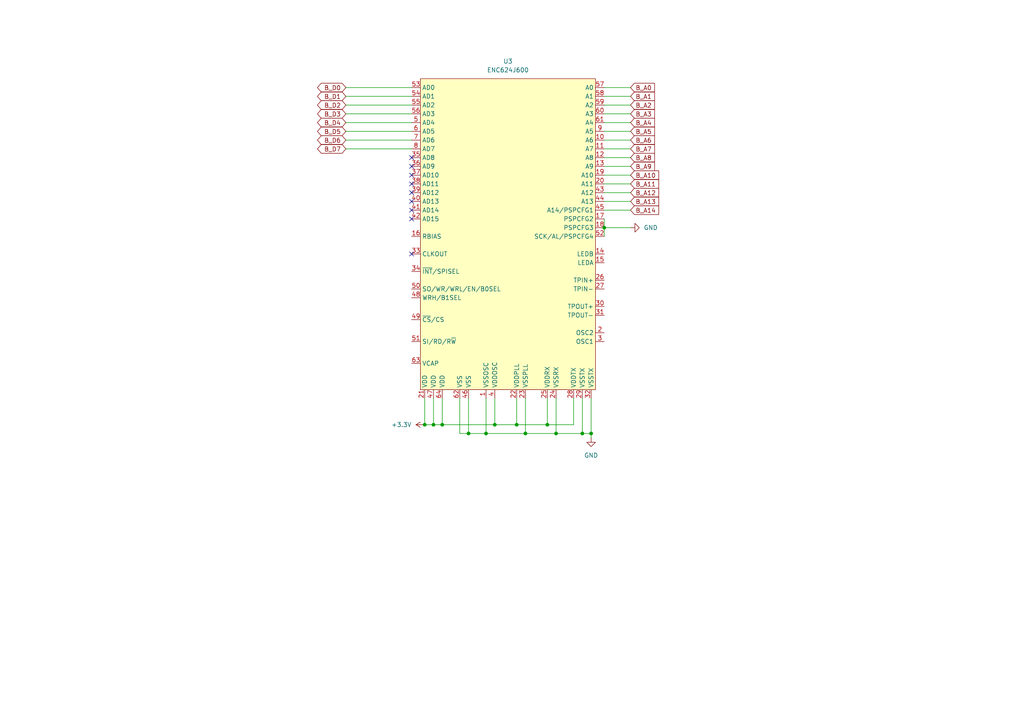
<source format=kicad_sch>
(kicad_sch (version 20231120) (generator "eeschema") (generator_version "8.0")
  (paper "A4")
  (lib_symbols
    (symbol "Interruptus_Library:ENC624J600"
      (property "Reference" "U" (at 21.844 -1.016 0))
      (property "Value" "ENC624J600" (at 44.196 -1.016 0))
      (symbol "ENC624J600_0_0"
        (pin power_in line (at 21.59 -95.25 90) (length 2.54) (name "VSSOSC") (number "1"))
        (pin input line (at 55.88 -20.32 180) (length 2.54) (name "A6") (number "10"))
        (pin input line (at 55.88 -22.86 180) (length 2.54) (name "A7") (number "11"))
        (pin input line (at 55.88 -25.4 180) (length 2.54) (name "A8") (number "12"))
        (pin input line (at 55.88 -27.94 180) (length 2.54) (name "A9") (number "13"))
        (pin output line (at 55.88 -53.34 180) (length 2.54) (name "LEDB") (number "14"))
        (pin output line (at 55.88 -55.88 180) (length 2.54) (name "LEDA") (number "15"))
        (pin input line (at 0 -48.26 0) (length 2.54) (name "RBIAS") (number "16"))
        (pin input line (at 55.88 -43.18 180) (length 2.54) (name "PSPCFG2") (number "17"))
        (pin input line (at 55.88 -45.72 180) (length 2.54) (name "PSPCFG3") (number "18"))
        (pin input line (at 55.88 -30.48 180) (length 2.54) (name "A10") (number "19"))
        (pin output line (at 55.88 -76.2 180) (length 2.54) (name "OSC2") (number "2"))
        (pin input line (at 55.88 -33.02 180) (length 2.54) (name "A11") (number "20"))
        (pin power_in line (at 3.81 -95.25 90) (length 2.54) (name "VDD") (number "21"))
        (pin power_in line (at 30.48 -95.25 90) (length 2.54) (name "VDDPLL") (number "22"))
        (pin power_in line (at 33.02 -95.25 90) (length 2.54) (name "VSSPLL") (number "23"))
        (pin power_in line (at 41.91 -95.25 90) (length 2.54) (name "VSSRX") (number "24"))
        (pin power_in line (at 39.37 -95.25 90) (length 2.54) (name "VDDRX") (number "25"))
        (pin input line (at 55.88 -60.96 180) (length 2.54) (name "TPIN+") (number "26"))
        (pin input line (at 55.88 -63.5 180) (length 2.54) (name "TPIN-") (number "27"))
        (pin power_in line (at 46.99 -95.25 90) (length 2.54) (name "VDDTX") (number "28"))
        (pin power_in line (at 49.53 -95.25 90) (length 2.54) (name "VSSTX") (number "29"))
        (pin input line (at 55.88 -78.74 180) (length 2.54) (name "OSC1") (number "3"))
        (pin output line (at 55.88 -68.58 180) (length 2.54) (name "TPOUT+") (number "30"))
        (pin output line (at 55.88 -71.12 180) (length 2.54) (name "TPOUT-") (number "31"))
        (pin power_in line (at 52.07 -95.25 90) (length 2.54) (name "VSSTX") (number "32"))
        (pin output line (at 0 -53.34 0) (length 2.54) (name "CLKOUT") (number "33"))
        (pin bidirectional line (at 0 -58.42 0) (length 2.54) (name "~{INT}/SPISEL") (number "34"))
        (pin bidirectional line (at 0 -25.4 0) (length 2.54) (name "AD8") (number "35"))
        (pin bidirectional line (at 0 -27.94 0) (length 2.54) (name "AD9") (number "36"))
        (pin bidirectional line (at 0 -30.48 0) (length 2.54) (name "AD10") (number "37"))
        (pin bidirectional line (at 0 -33.02 0) (length 2.54) (name "AD11") (number "38"))
        (pin bidirectional line (at 0 -35.56 0) (length 2.54) (name "AD12") (number "39"))
        (pin power_in line (at 24.13 -95.25 90) (length 2.54) (name "VDDOSC") (number "4"))
        (pin bidirectional line (at 0 -38.1 0) (length 2.54) (name "AD13") (number "40"))
        (pin bidirectional line (at 0 -40.64 0) (length 2.54) (name "AD14") (number "41"))
        (pin bidirectional line (at 0 -43.18 0) (length 2.54) (name "AD15") (number "42"))
        (pin input line (at 55.88 -35.56 180) (length 2.54) (name "A12") (number "43"))
        (pin input line (at 55.88 -38.1 180) (length 2.54) (name "A13") (number "44"))
        (pin input line (at 55.88 -40.64 180) (length 2.54) (name "A14/PSPCFG1") (number "45"))
        (pin power_in line (at 16.51 -95.25 90) (length 2.54) (name "VSS") (number "46"))
        (pin power_in line (at 6.35 -95.25 90) (length 2.54) (name "VDD") (number "47"))
        (pin input line (at 0 -66.04 0) (length 2.54) (name "WRH/B1SEL") (number "48"))
        (pin input line (at 0 -72.39 0) (length 2.54) (name "~{CS}/CS") (number "49"))
        (pin bidirectional line (at 0 -15.24 0) (length 2.54) (name "AD4") (number "5"))
        (pin bidirectional line (at 0 -63.5 0) (length 2.54) (name "SO/WR/WRL/EN/B0SEL") (number "50"))
        (pin input line (at 0 -78.74 0) (length 2.54) (name "SI/RD/R~{W}") (number "51"))
        (pin input line (at 55.88 -48.26 180) (length 2.54) (name "SCK/AL/PSPCFG4") (number "52"))
        (pin bidirectional line (at 0 -5.08 0) (length 2.54) (name "AD0") (number "53"))
        (pin bidirectional line (at 0 -7.62 0) (length 2.54) (name "AD1") (number "54"))
        (pin bidirectional line (at 0 -10.16 0) (length 2.54) (name "AD2") (number "55"))
        (pin bidirectional line (at 0 -12.7 0) (length 2.54) (name "AD3") (number "56"))
        (pin input line (at 55.88 -5.08 180) (length 2.54) (name "A0") (number "57"))
        (pin input line (at 55.88 -7.62 180) (length 2.54) (name "A1") (number "58"))
        (pin input line (at 55.88 -10.16 180) (length 2.54) (name "A2") (number "59"))
        (pin bidirectional line (at 0 -17.78 0) (length 2.54) (name "AD5") (number "6"))
        (pin input line (at 55.88 -12.7 180) (length 2.54) (name "A3") (number "60"))
        (pin input line (at 55.88 -15.24 180) (length 2.54) (name "A4") (number "61"))
        (pin power_in line (at 13.97 -95.25 90) (length 2.54) (name "VSS") (number "62"))
        (pin passive line (at 0 -85.09 0) (length 2.54) (name "VCAP") (number "63"))
        (pin power_in line (at 8.89 -95.25 90) (length 2.54) (name "VDD") (number "64"))
        (pin bidirectional line (at 0 -20.32 0) (length 2.54) (name "AD6") (number "7"))
        (pin bidirectional line (at 0 -22.86 0) (length 2.54) (name "AD7") (number "8"))
        (pin input line (at 55.88 -17.78 180) (length 2.54) (name "A5") (number "9"))
      )
      (symbol "ENC624J600_0_1"
        (rectangle (start 2.54 -2.54) (end 53.34 -92.71) (fill (type background)))
      )
    )
    (symbol "power:+3.3V" (power) (pin_numbers hide) (pin_names (offset 0) hide)
      (property "Value" "+3.3V" (at 0 3.556 0))
      (symbol "+3.3V_0_1"
        (polyline (pts (xy -0.762 1.27) (xy 0 2.54)))
        (polyline (pts (xy 0 0) (xy 0 2.54)))
        (polyline (pts (xy 0 2.54) (xy 0.762 1.27)))
      )
      (symbol "+3.3V_1_1"
        (pin power_in line (at 0 0 90) (length 0) (name "~") (number "1"))
      )
    )
    (symbol "power:GND" (power) (pin_numbers hide) (pin_names (offset 0) hide)
      (property "Value" "GND" (at 0 -3.81 0))
      (symbol "GND_0_1"
        (polyline (pts (xy 0 0) (xy 0 -1.27) (xy 1.27 -1.27) (xy 0 -2.54) (xy -1.27 -1.27) (xy 0 -1.27)))
      )
      (symbol "GND_1_1"
        (pin power_in line (at 0 0 270) (length 0) (name "~") (number "1"))
      )
    )
  )
  (junction (at 161.29 125.73))
  (junction (at 175.26 66.04))
  (junction (at 123.19 123.19))
  (junction (at 125.73 123.19))
  (junction (at 143.51 123.19))
  (junction (at 158.75 123.19))
  (junction (at 140.97 125.73))
  (junction (at 149.86 123.19))
  (junction (at 128.27 123.19))
  (junction (at 171.45 125.73))
  (junction (at 168.91 125.73))
  (junction (at 152.4 125.73))
  (junction (at 135.89 125.73))
  (no_connect (at 119.38 48.26))
  (no_connect (at 119.38 73.66))
  (no_connect (at 119.38 45.72))
  (no_connect (at 119.38 53.34))
  (no_connect (at 119.38 50.8))
  (no_connect (at 119.38 63.5))
  (no_connect (at 119.38 58.42))
  (no_connect (at 119.38 60.96))
  (no_connect (at 119.38 55.88))
  (wire (pts (xy 168.91 125.73) (xy 171.45 125.73)))
  (wire (pts (xy 175.26 66.04) (xy 182.88 66.04)))
  (wire (pts (xy 171.45 125.73) (xy 171.45 127)))
  (wire (pts (xy 100.33 38.1) (xy 119.38 38.1)))
  (wire (pts (xy 123.19 115.57) (xy 123.19 123.19)))
  (wire (pts (xy 100.33 40.64) (xy 119.38 40.64)))
  (wire (pts (xy 125.73 123.19) (xy 125.73 115.57)))
  (wire (pts (xy 100.33 43.18) (xy 119.38 43.18)))
  (wire (pts (xy 175.26 66.04) (xy 175.26 68.58)))
  (wire (pts (xy 175.26 33.02) (xy 182.88 33.02)))
  (wire (pts (xy 175.26 30.48) (xy 182.88 30.48)))
  (wire (pts (xy 175.26 48.26) (xy 182.88 48.26)))
  (wire (pts (xy 128.27 123.19) (xy 128.27 115.57)))
  (wire (pts (xy 100.33 25.4) (xy 119.38 25.4)))
  (wire (pts (xy 128.27 123.19) (xy 143.51 123.19)))
  (wire (pts (xy 175.26 53.34) (xy 182.88 53.34)))
  (wire (pts (xy 168.91 115.57) (xy 168.91 125.73)))
  (wire (pts (xy 123.19 123.19) (xy 125.73 123.19)))
  (wire (pts (xy 175.26 27.94) (xy 182.88 27.94)))
  (wire (pts (xy 133.35 125.73) (xy 133.35 115.57)))
  (wire (pts (xy 161.29 125.73) (xy 161.29 115.57)))
  (wire (pts (xy 175.26 25.4) (xy 182.88 25.4)))
  (wire (pts (xy 175.26 63.5) (xy 175.26 66.04)))
  (wire (pts (xy 143.51 123.19) (xy 143.51 115.57)))
  (wire (pts (xy 143.51 123.19) (xy 149.86 123.19)))
  (wire (pts (xy 100.33 27.94) (xy 119.38 27.94)))
  (wire (pts (xy 140.97 125.73) (xy 135.89 125.73)))
  (wire (pts (xy 149.86 123.19) (xy 149.86 115.57)))
  (wire (pts (xy 152.4 125.73) (xy 152.4 115.57)))
  (wire (pts (xy 140.97 125.73) (xy 140.97 115.57)))
  (wire (pts (xy 158.75 123.19) (xy 158.75 115.57)))
  (wire (pts (xy 175.26 60.96) (xy 182.88 60.96)))
  (wire (pts (xy 175.26 45.72) (xy 182.88 45.72)))
  (wire (pts (xy 135.89 125.73) (xy 133.35 125.73)))
  (wire (pts (xy 175.26 40.64) (xy 182.88 40.64)))
  (wire (pts (xy 171.45 115.57) (xy 171.45 125.73)))
  (wire (pts (xy 125.73 123.19) (xy 128.27 123.19)))
  (wire (pts (xy 175.26 43.18) (xy 182.88 43.18)))
  (wire (pts (xy 166.37 123.19) (xy 166.37 115.57)))
  (wire (pts (xy 161.29 125.73) (xy 152.4 125.73)))
  (wire (pts (xy 100.33 35.56) (xy 119.38 35.56)))
  (wire (pts (xy 100.33 30.48) (xy 119.38 30.48)))
  (wire (pts (xy 168.91 125.73) (xy 161.29 125.73)))
  (wire (pts (xy 175.26 55.88) (xy 182.88 55.88)))
  (wire (pts (xy 175.26 50.8) (xy 182.88 50.8)))
  (wire (pts (xy 175.26 35.56) (xy 182.88 35.56)))
  (wire (pts (xy 149.86 123.19) (xy 158.75 123.19)))
  (wire (pts (xy 175.26 38.1) (xy 182.88 38.1)))
  (wire (pts (xy 135.89 125.73) (xy 135.89 115.57)))
  (wire (pts (xy 152.4 125.73) (xy 140.97 125.73)))
  (wire (pts (xy 175.26 58.42) (xy 182.88 58.42)))
  (wire (pts (xy 158.75 123.19) (xy 166.37 123.19)))
  (wire (pts (xy 100.33 33.02) (xy 119.38 33.02)))
  (global_label "B_A0" (shape input) (at 182.88 25.4 0) (property "Intersheetrefs" "${INTERSHEET_REFS}" (effects (hide yes))))
  (global_label "B_D6" (shape tri_state) (at 100.33 40.64 180) (property "Intersheetrefs" "${INTERSHEET_REFS}" (effects (hide yes))))
  (global_label "B_A5" (shape input) (at 182.88 38.1 0) (property "Intersheetrefs" "${INTERSHEET_REFS}" (effects (hide yes))))
  (global_label "B_D3" (shape tri_state) (at 100.33 33.02 180) (property "Intersheetrefs" "${INTERSHEET_REFS}" (effects (hide yes))))
  (global_label "B_D2" (shape tri_state) (at 100.33 30.48 180) (property "Intersheetrefs" "${INTERSHEET_REFS}" (effects (hide yes))))
  (global_label "B_A1" (shape input) (at 182.88 27.94 0) (property "Intersheetrefs" "${INTERSHEET_REFS}" (effects (hide yes))))
  (global_label "B_A10" (shape input) (at 182.88 50.8 0) (property "Intersheetrefs" "${INTERSHEET_REFS}" (effects (hide yes))))
  (global_label "B_D7" (shape tri_state) (at 100.33 43.18 180) (property "Intersheetrefs" "${INTERSHEET_REFS}" (effects (hide yes))))
  (global_label "B_A2" (shape input) (at 182.88 30.48 0) (property "Intersheetrefs" "${INTERSHEET_REFS}" (effects (hide yes))))
  (global_label "B_D5" (shape tri_state) (at 100.33 38.1 180) (property "Intersheetrefs" "${INTERSHEET_REFS}" (effects (hide yes))))
  (global_label "B_A13" (shape input) (at 182.88 58.42 0) (property "Intersheetrefs" "${INTERSHEET_REFS}" (effects (hide yes))))
  (global_label "B_A9" (shape input) (at 182.88 48.26 0) (property "Intersheetrefs" "${INTERSHEET_REFS}" (effects (hide yes))))
  (global_label "B_A3" (shape input) (at 182.88 33.02 0) (property "Intersheetrefs" "${INTERSHEET_REFS}" (effects (hide yes))))
  (global_label "B_D0" (shape tri_state) (at 100.33 25.4 180) (property "Intersheetrefs" "${INTERSHEET_REFS}" (effects (hide yes))))
  (global_label "B_A7" (shape input) (at 182.88 43.18 0) (property "Intersheetrefs" "${INTERSHEET_REFS}" (effects (hide yes))))
  (global_label "B_A11" (shape input) (at 182.88 53.34 0) (property "Intersheetrefs" "${INTERSHEET_REFS}" (effects (hide yes))))
  (global_label "B_D1" (shape tri_state) (at 100.33 27.94 180) (property "Intersheetrefs" "${INTERSHEET_REFS}" (effects (hide yes))))
  (global_label "B_A4" (shape input) (at 182.88 35.56 0) (property "Intersheetrefs" "${INTERSHEET_REFS}" (effects (hide yes))))
  (global_label "B_A12" (shape input) (at 182.88 55.88 0) (property "Intersheetrefs" "${INTERSHEET_REFS}" (effects (hide yes))))
  (global_label "B_D4" (shape tri_state) (at 100.33 35.56 180) (property "Intersheetrefs" "${INTERSHEET_REFS}" (effects (hide yes))))
  (global_label "B_A8" (shape input) (at 182.88 45.72 0) (property "Intersheetrefs" "${INTERSHEET_REFS}" (effects (hide yes))))
  (global_label "B_A6" (shape input) (at 182.88 40.64 0) (property "Intersheetrefs" "${INTERSHEET_REFS}" (effects (hide yes))))
  (global_label "B_A14" (shape input) (at 182.88 60.96 0) (property "Intersheetrefs" "${INTERSHEET_REFS}" (effects (hide yes))))
  (symbol (lib_id "power:GND") (at 182.88 66.04 90) (unit 1)
    (property "Reference" "#PWR032" (effects (hide yes)))
    (property "Value" "GND" (at 186.69 66.0399 90) (effects (justify right)))
    (property "Description" "Power symbol creates a global label with name \"GND\" , ground" (effects (hide yes)))
  )
  (symbol (lib_id "Interruptus_Library:ENC624J600") (at 119.38 20.32 0) (unit 1)
    (property "Reference" "U3" (at 147.32 17.78 0))
    (property "Value" "ENC624J600" (at 147.32 20.32 0))
    (property "Footprint" "Package_QFP:TQFP-64_10x10mm_P0.5mm" (effects (hide yes)))
    (property "Datasheet" "https://ww1.microchip.com/downloads/aemDocuments/documents/OTH/ProductDocuments/DataSheets/39935c.pdf" (effects (hide yes)))
    (property "Description" "Single Chip Ethernet Interface, 64 Pin TQFP" (effects (hide yes)))
  )
  (symbol (lib_id "power:+3.3V") (at 123.19 123.19 90) (unit 1)
    (property "Reference" "#PWR031" (effects (hide yes)))
    (property "Value" "+3.3V" (at 119.38 123.1899 90) (effects (justify left)))
    (property "Description" "Power symbol creates a global label with name \"+3.3V\"" (effects (hide yes)))
  )
  (symbol (lib_id "power:GND") (at 171.45 127 0) (unit 1)
    (property "Reference" "#PWR035" (effects (hide yes)))
    (property "Value" "GND" (at 171.45 132.08 0))
    (property "Description" "Power symbol creates a global label with name \"GND\" , ground" (effects (hide yes)))
  )
)
</source>
